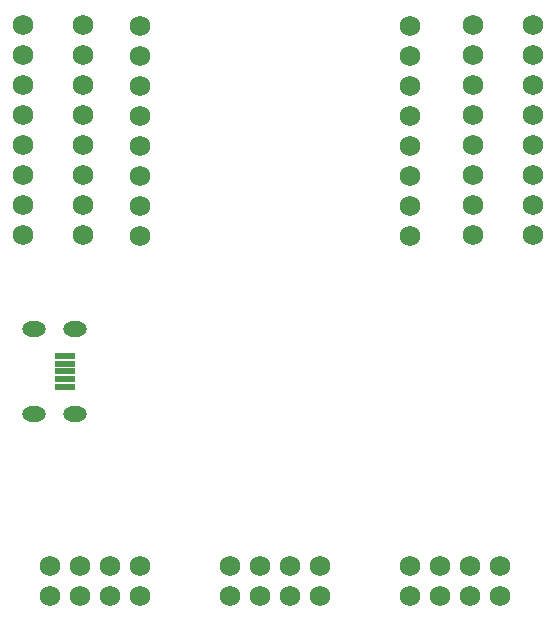
<source format=gts>
G04*
G04 #@! TF.GenerationSoftware,Altium Limited,Altium Designer,20.0.9 (164)*
G04*
G04 Layer_Color=8388736*
%FSLAX25Y25*%
%MOIN*%
G70*
G01*
G75*
%ADD12R,0.06693X0.01968*%
%ADD13C,0.06800*%
%ADD14O,0.07887X0.05131*%
D12*
X415000Y272323D02*
D03*
Y280000D02*
D03*
Y277441D02*
D03*
Y274882D02*
D03*
Y269764D02*
D03*
D13*
X530000Y390000D02*
D03*
Y370000D02*
D03*
Y360000D02*
D03*
Y380000D02*
D03*
Y330000D02*
D03*
Y340000D02*
D03*
Y350000D02*
D03*
Y320000D02*
D03*
X440000D02*
D03*
Y330000D02*
D03*
Y350000D02*
D03*
Y340000D02*
D03*
Y370000D02*
D03*
Y360000D02*
D03*
Y390000D02*
D03*
Y380000D02*
D03*
X550992Y320298D02*
D03*
Y330298D02*
D03*
Y350298D02*
D03*
Y340298D02*
D03*
Y370298D02*
D03*
X550992Y360298D02*
D03*
X550992Y390298D02*
D03*
Y380298D02*
D03*
X570992Y320298D02*
D03*
Y330298D02*
D03*
X570992Y350298D02*
D03*
X570992Y340298D02*
D03*
Y370298D02*
D03*
Y360298D02*
D03*
Y390298D02*
D03*
Y380298D02*
D03*
X420992Y390298D02*
D03*
Y380298D02*
D03*
Y360298D02*
D03*
Y370298D02*
D03*
Y340298D02*
D03*
Y350298D02*
D03*
X420992Y320298D02*
D03*
X420992Y330298D02*
D03*
X400992Y390298D02*
D03*
Y380298D02*
D03*
Y360298D02*
D03*
Y370298D02*
D03*
Y340298D02*
D03*
Y350298D02*
D03*
Y320298D02*
D03*
X400992Y330298D02*
D03*
X500000Y200000D02*
D03*
Y210000D02*
D03*
X490000Y210000D02*
D03*
Y200000D02*
D03*
X480000Y210000D02*
D03*
Y200000D02*
D03*
X470000Y210000D02*
D03*
X470000Y200000D02*
D03*
X560000D02*
D03*
Y210000D02*
D03*
X550000Y210000D02*
D03*
Y200000D02*
D03*
X540000Y210000D02*
D03*
Y200000D02*
D03*
X530000Y210000D02*
D03*
X530000Y200000D02*
D03*
X440000D02*
D03*
Y210000D02*
D03*
X430000Y210000D02*
D03*
Y200000D02*
D03*
X420000Y210000D02*
D03*
Y200000D02*
D03*
X410000Y210000D02*
D03*
X410000Y200000D02*
D03*
D14*
X404488Y260807D02*
D03*
Y288957D02*
D03*
X418150Y260807D02*
D03*
Y288957D02*
D03*
M02*

</source>
